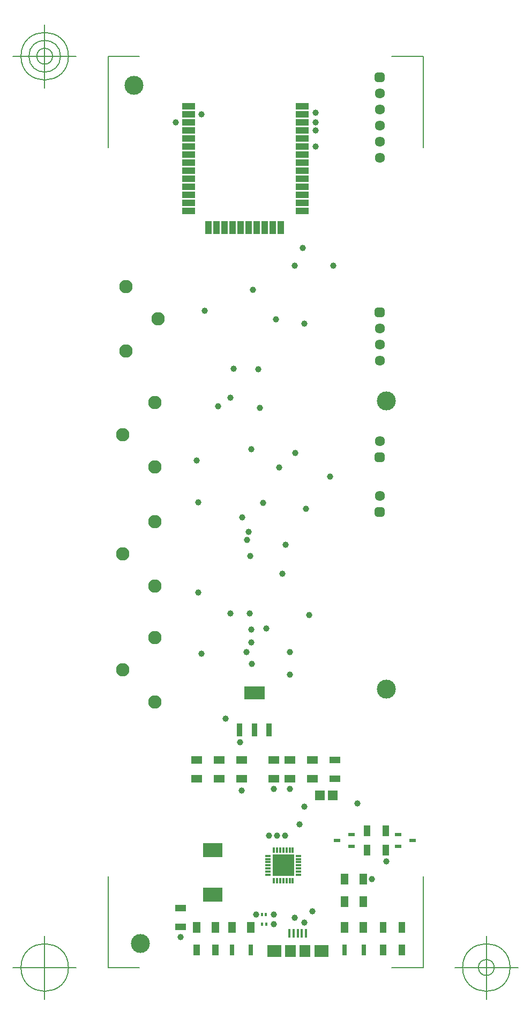
<source format=gbr>
G04 Generated by Ultiboard 14.1 *
%FSLAX34Y34*%
%MOMM*%

%ADD10C,0.0001*%
%ADD11C,0.1270*%
%ADD12R,1.0500X1.7500*%
%ADD13R,0.8000X1.7000*%
%ADD14R,2.3000X1.9000*%
%ADD15R,1.8000X1.9000*%
%ADD16R,0.4000X1.4000*%
%ADD17R,1.7500X1.0500*%
%ADD18R,1.1500X1.8000*%
%ADD19R,0.3600X0.6200*%
%ADD20C,1.0000*%
%ADD21R,3.1500X2.2000*%
%ADD22R,0.3000X0.9500*%
%ADD23R,0.9500X0.3000*%
%ADD24R,3.3500X3.3500*%
%ADD25R,1.0000X0.6000*%
%ADD26R,1.5000X1.5000*%
%ADD27R,1.8000X1.1500*%
%ADD28R,0.9500X2.1500*%
%ADD29R,3.2500X2.1500*%
%ADD30R,0.5291X0.5291*%
%ADD31C,0.9949*%
%ADD32C,1.6088*%
%ADD33C,2.1168*%
%ADD34R,1.0000X2.0000*%
%ADD35R,2.0000X1.0000*%
%ADD36C,3.0000*%


G04 ColorRGB FF00CC for the following layer *
%LNSolder Mask Top*%
%LPD*%
G54D10*
G54D11*
X124460Y-312420D02*
X124460Y-168656D01*
X124460Y-312420D02*
X174244Y-312420D01*
X622300Y-312420D02*
X572516Y-312420D01*
X622300Y-312420D02*
X622300Y-168656D01*
X622300Y1125220D02*
X622300Y981456D01*
X622300Y1125220D02*
X572516Y1125220D01*
X124460Y1125220D02*
X174244Y1125220D01*
X124460Y1125220D02*
X124460Y981456D01*
X74460Y-312420D02*
X-25540Y-312420D01*
X24460Y-362420D02*
X24460Y-262420D01*
X-13040Y-312420D02*
G75*
D01*
G02X-13040Y-312420I37500J0*
G01*
X672300Y-312420D02*
X772300Y-312420D01*
X722300Y-362420D02*
X722300Y-262420D01*
X684800Y-312420D02*
G75*
D01*
G02X684800Y-312420I37500J0*
G01*
X709800Y-312420D02*
G75*
D01*
G02X709800Y-312420I12500J0*
G01*
X74460Y1125220D02*
X-25540Y1125220D01*
X24460Y1075220D02*
X24460Y1175220D01*
X-13040Y1125220D02*
G75*
D01*
G02X-13040Y1125220I37500J0*
G01*
X-540Y1125220D02*
G75*
D01*
G02X-540Y1125220I25000J0*
G01*
X11960Y1125220D02*
G75*
D01*
G02X11960Y1125220I12500J0*
G01*
G54D12*
X264400Y-284480D03*
X294400Y-284480D03*
X559040Y-284480D03*
X589040Y-284480D03*
X559040Y-248920D03*
X589040Y-248920D03*
X533640Y-127000D03*
X563640Y-127000D03*
X533640Y-96520D03*
X563640Y-96520D03*
G54D13*
X320040Y-284480D03*
X350040Y-284480D03*
X528320Y-284480D03*
X498320Y-284480D03*
G54D14*
X386935Y-286765D03*
X461935Y-286765D03*
G54D15*
X412935Y-286765D03*
X435935Y-286765D03*
G54D16*
X424435Y-258265D03*
X411435Y-258265D03*
X417935Y-258265D03*
X430935Y-258265D03*
X437435Y-258265D03*
G54D17*
X238760Y-248680D03*
X238760Y-218680D03*
X482600Y-15000D03*
X482600Y15000D03*
G54D18*
X264400Y-248920D03*
X294400Y-248920D03*
X320280Y-248920D03*
X350280Y-248920D03*
X498080Y-248920D03*
X528080Y-248920D03*
X498080Y-208280D03*
X528080Y-208280D03*
X498080Y-172720D03*
X528080Y-172720D03*
G54D19*
X374610Y-243840D03*
X368010Y-243840D03*
X367540Y-228600D03*
X374140Y-228600D03*
G54D20*
X386080Y-243840D03*
X386080Y-228600D03*
X419100Y-233680D03*
X434340Y-241300D03*
X518160Y-53340D03*
X335280Y-33020D03*
X386080Y-30480D03*
X332740Y43180D03*
X351555Y166605D03*
X271780Y182880D03*
X342900Y185420D03*
X374415Y222485D03*
X399815Y308845D03*
X349015Y336785D03*
X404895Y354565D03*
X346475Y374885D03*
X336315Y397745D03*
X436880Y411480D03*
X369335Y420605D03*
X394735Y476485D03*
X474980Y462280D03*
X350520Y505460D03*
X420135Y499345D03*
X298215Y573005D03*
X364255Y570465D03*
X317500Y586740D03*
X361715Y631425D03*
X389655Y710165D03*
X441960Y243840D03*
X411480Y149860D03*
X411480Y185420D03*
X419100Y795020D03*
X480060Y795020D03*
X238760Y-264160D03*
X563880Y-144780D03*
X452120Y982980D03*
X231140Y1021080D03*
X452120Y1021080D03*
X452120Y1008380D03*
X271780Y1033780D03*
X452120Y1036320D03*
X411480Y-30480D03*
X358140Y-228600D03*
X447040Y-223520D03*
X541020Y-172720D03*
X378460Y-104140D03*
X391160Y-104140D03*
X403860Y-104140D03*
X431800Y822960D03*
X426720Y-86360D03*
X434340Y-58420D03*
X343935Y362185D03*
X310000Y80000D03*
X266700Y279400D03*
X347980Y246380D03*
X266700Y421640D03*
X317500Y246380D03*
X350520Y220980D03*
X350520Y200660D03*
X264160Y487680D03*
X322580Y632460D03*
X353060Y756920D03*
X276860Y723900D03*
X434340Y703580D03*
G54D21*
X289560Y-197560D03*
X289560Y-127560D03*
G54D22*
X391480Y-175260D03*
X386520Y-175260D03*
X396480Y-175260D03*
X401480Y-175260D03*
X411480Y-175260D03*
X406480Y-175260D03*
X416480Y-175260D03*
X396480Y-127260D03*
X401480Y-127260D03*
X386520Y-127260D03*
X391480Y-127260D03*
X416480Y-127260D03*
X411480Y-127260D03*
X406480Y-127260D03*
G54D23*
X377480Y-166260D03*
X377480Y-161260D03*
X377480Y-156260D03*
X425480Y-166260D03*
X425480Y-161260D03*
X425480Y-156260D03*
X377480Y-146260D03*
X377480Y-151260D03*
X377480Y-141260D03*
X377480Y-136260D03*
X425480Y-151260D03*
X425480Y-146260D03*
X425480Y-141260D03*
X425480Y-136260D03*
G54D24*
X401770Y-151260D03*
G54D25*
X486340Y-111760D03*
X509340Y-121260D03*
X509340Y-102260D03*
X582860Y-121260D03*
X605860Y-111760D03*
X582860Y-102260D03*
G54D26*
X459534Y-40640D03*
X479534Y-40640D03*
G54D27*
X264160Y-15000D03*
X264160Y15000D03*
X299720Y-15000D03*
X299720Y15000D03*
X335280Y-15000D03*
X335280Y15000D03*
X386080Y-15000D03*
X386080Y15000D03*
X411480Y-15000D03*
X411480Y15000D03*
X447040Y-15000D03*
X447040Y15000D03*
G54D28*
X332600Y62440D03*
X355600Y62440D03*
X378600Y62440D03*
G54D29*
X355600Y120440D03*
G54D30*
X553720Y406400D03*
X553720Y721360D03*
X553720Y1092200D03*
X553720Y492760D03*
G54D31*
X551075Y403755D02*
X556365Y403755D01*
X556365Y409045D01*
X551075Y409045D01*
X551075Y403755D01*D02*
X551075Y718715D02*
X556365Y718715D01*
X556365Y724005D01*
X551075Y724005D01*
X551075Y718715D01*D02*
X551075Y1089555D02*
X556365Y1089555D01*
X556365Y1094845D01*
X551075Y1094845D01*
X551075Y1089555D01*D02*
X551075Y490115D02*
X556365Y490115D01*
X556365Y495405D01*
X551075Y495405D01*
X551075Y490115D01*D02*
G54D32*
X553720Y431800D03*
X553720Y670560D03*
X553720Y695960D03*
X553720Y645160D03*
X553720Y1066800D03*
X553720Y1041400D03*
X553720Y990600D03*
X553720Y1016000D03*
X553720Y965200D03*
X553720Y518160D03*
G54D33*
X203200Y711200D03*
X152400Y762000D03*
X152400Y660400D03*
X147320Y528320D03*
X198120Y477520D03*
X198120Y579120D03*
X147320Y340360D03*
X198120Y289560D03*
X198120Y391160D03*
X147320Y157480D03*
X198120Y106680D03*
X198120Y208280D03*
G54D34*
X283210Y854710D03*
X295910Y854710D03*
X308610Y854710D03*
X321310Y854710D03*
X334010Y854710D03*
X346710Y854710D03*
X359410Y854710D03*
X372110Y854710D03*
X384810Y854710D03*
X397510Y854710D03*
G54D35*
X251460Y894080D03*
X251460Y881380D03*
X431460Y894080D03*
X431460Y881380D03*
X251460Y906780D03*
X431460Y906780D03*
X251460Y932180D03*
X251460Y919480D03*
X431460Y932180D03*
X431460Y919480D03*
X251460Y957580D03*
X251460Y944880D03*
X431460Y957580D03*
X431460Y944880D03*
X251460Y970280D03*
X431460Y970280D03*
X251460Y995680D03*
X251460Y982980D03*
X431460Y995680D03*
X431460Y982980D03*
X251460Y1008380D03*
X431460Y1008380D03*
X251460Y1033780D03*
X251460Y1021080D03*
X431460Y1033780D03*
X431460Y1021080D03*
X251460Y1046480D03*
X431460Y1046480D03*
G54D36*
X165100Y1079500D03*
X563880Y581660D03*
X563880Y127000D03*
X175260Y-274320D03*

M02*

</source>
